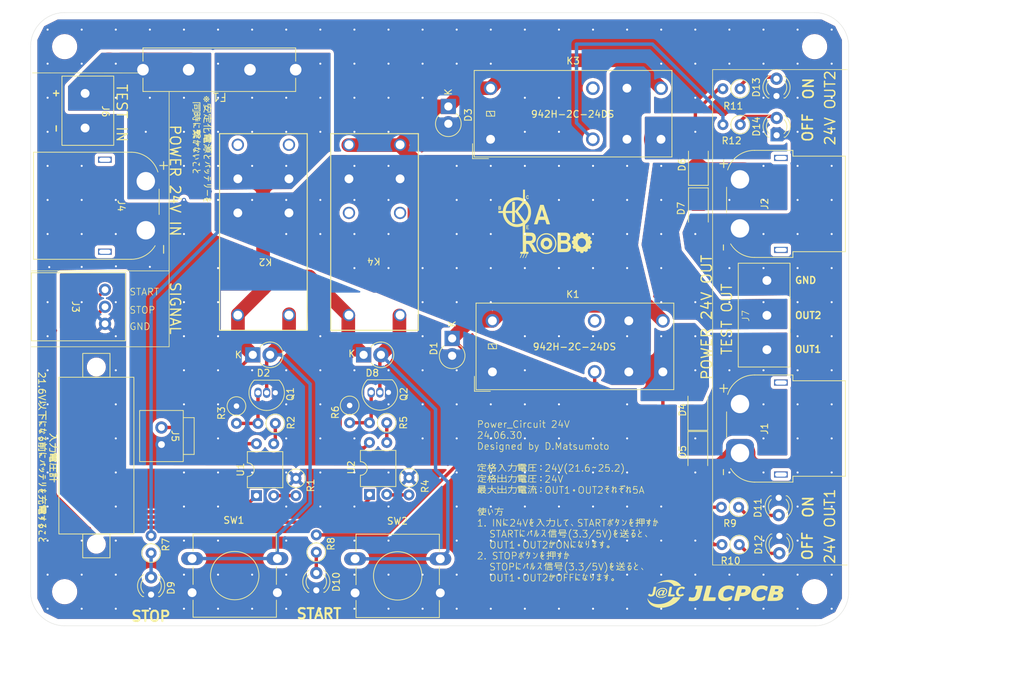
<source format=kicad_pcb>
(kicad_pcb (version 20240108) (generator "pcbnew") (generator_version "8.0")
  (layers (0 "F.Cu" signal) (31 "B.Cu" signal) (34 "B.Paste" user) (35 "F.Paste" user) (36 "B.SilkS" user "B.Silkscreen") (37 "F.SilkS" user "F.Silkscreen") (38 "B.Mask" user) (39 "F.Mask" user) (44 "Edge.Cuts" user))
  (net 0 "")
  (net 1 "VCC")
  (net 2 "Net-(D2-A)")
  (net 3 "GND2")
  (net 4 "Relay_NomallyOpen")
  (net 5 "Net-(D9-A)")
  (net 6 "Net-(D10-A)")
  (net 8 "Relay_NomallyClosed")
  (net 9 "Net-(Q1-B)")
  (net 10 "Net-(Q2-B)")
  (net 11 "GND1")
  (net 12 "Net-(R4-Pad2)")
  (net 13 "Net-(R5-Pad1)")
  (net 14 "STOP_SIGNAL")
  (net 15 "START_SIGNAL")
  (net 16 "Net-(D4-K)")
  (net 17 "VOUT1")
  (net 18 "Net-(D6-K)")
  (net 19 "VOUT2")
  (net 20 "Net-(D8-A)")
  (net 21 "Net-(D11-A)")
  (net 22 "Net-(D12-A)")
  (net 23 "Net-(D13-A)")
  (net 24 "Net-(D14-A)")
  (net 25 "Net-(J4-Pin_2)")
  (net 26 "VOUT1_OFF")
  (net 28 "VOUT2_OFF")
  (net 29 "Net-(R1-Pad2)")
  (net 30 "Net-(R2-Pad1)")
  (footprint "Resistor_THT:R_Axial_DIN0207_L6.3mm_D2.5mm_P2.54mm_Vertical" (layer "F.Cu") (at 115.814 147.931 90)
    (property "Reference" "R7")
    (property "Value" "11k")
  )
  (footprint "MyFoot:AMASS_XT60PW-F_1x02_P7.20mm_Horizontal" (layer "F.Cu") (at 202.184 133.258 -90)
    (property "Reference" "J1")
    (property "Value" "XT60")
  )
  (footprint "MountingHole:MountingHole_3.2mm_M3" (layer "F.Cu") (at 213.134 153.608 180)
    (property "Reference" "REF**")
    (property "Value" "MountingHole_3.2mm_M3")
  )
  (footprint "MountingHole:MountingHole_3.2mm_M3" (layer "F.Cu") (at 103.134 153.608 90)
    (property "Reference" "REF**")
    (property "Value" "MountingHole_3.2mm_M3")
  )
  (footprint "Relay_THT:Relay_DPDT_Omron_G2RL-2" (layer "F.Cu") (at 165.605 87.202 90)
    (property "Reference" "K3")
    (property "Value" "942H-2C-24DS")
  )
  (footprint "Diode_THT:D_DO-15_P2.54mm_Vertical_KathodeUp" (layer "F.Cu") (at 130.728 118.838)
    (property "Reference" "D2")
    (property "Value" "1N4148")
  )
  (footprint "Resistor_THT:R_Axial_DIN0207_L6.3mm_D2.5mm_P2.54mm_Vertical" (layer "F.Cu") (at 128.334 126.363 -90)
    (property "Reference" "R3")
    (property "Value" "10k")
  )
  (footprint "Diode_SMD:Vishay_SMPA" (layer "F.Cu") (at 196.084 97.363643 -90)
    (property "Reference" "D7")
    (property "Value" "MA10EB045")
  )
  (footprint "Button_Switch_THT:SW_PUSH-12mm" (layer "F.Cu") (at 121.829 148.745)
    (property "Reference" "SW1")
    (property "Value" "SW_Push")
  )
  (footprint "Resistor_THT:R_Axial_DIN0207_L6.3mm_D2.5mm_P2.54mm_Vertical" (layer "F.Cu") (at 137.059 136.968 -90)
    (property "Reference" "R1")
    (property "Value" "15k")
  )
  (footprint "Resistor_THT:R_Axial_DIN0207_L6.3mm_D2.5mm_P2.54mm_Vertical" (layer "F.Cu") (at 201.988 141.208 180)
    (property "Reference" "R9")
    (property "Value" "11k")
  )
  (footprint "Diode_SMD:Vishay_SMPA" (layer "F.Cu") (at 196.003 133.109 -90)
    (property "Reference" "D5")
    (property "Value" "MA10EB045")
  )
  (footprint "Relay_THT:Relay_DPDT_Omron_G2RL-2" (layer "F.Cu") (at 165.876 121.346 90)
    (property "Reference" "K1")
    (property "Value" "942H-2C-24DS")
  )
  (footprint "LED_THT:LED_D3.0mm" (layer "F.Cu") (at 207.564 86.608 90)
    (property "Reference" "D14")
    (property "Value" "LED")
  )
  (footprint "Diode_THT:D_DO-15_P2.54mm_Vertical_KathodeUp" (layer "F.Cu") (at 159.413 82.382 -90)
    (property "Reference" "D3")
    (property "Value" "1N4148")
  )
  (footprint "LOGO" (layer "F.Cu") (at 173.387928 99.587945)
    (property "Reference" "G***" (hide yes))
    (property "Value" "LOGO" (hide yes))
  )
  (footprint "Diode_SMD:Vishay_SMPA" (layer "F.Cu") (at 196.084 90.939643 90)
    (property "Reference" "D6")
    (property "Value" "MA10EB045")
  )
  (footprint "LED_THT:LED_D3.0mm" (layer "F.Cu") (at 207.862 139.828 -90)
    (property "Reference" "D11")
    (property "Value" "LED")
  )
  (footprint "Resistor_THT:R_Axial_DIN0207_L6.3mm_D2.5mm_P2.54mm_Vertical" (layer "F.Cu") (at 144.934 126.268 -90)
    (property "Reference" "R6")
    (property "Value" "10k")
  )
  (footprint "MyFoot:FUC-03A" (layer "F.Cu") (at 125.82 76.99 180)
    (property "Reference" "F1")
    (property "Value" "Fuse")
  )
  (footprint "Resistor_THT:R_Axial_DIN0207_L6.3mm_D2.5mm_P2.54mm_Vertical" (layer "F.Cu") (at 134.034 128.908 180)
    (property "Reference" "R2")
    (property "Value" "1k")
  )
  (footprint "MyFoot:DF1EC-2P-2.5DSA" (layer "F.Cu") (at 117.334 130.758 -90)
    (property "Reference" "J5")
    (property "Value" "HRS_DF1EC_2Pin")
  )
  (footprint "Package_TO_SOT_THT:TO-92_Inline" (layer "F.Cu") (at 134.034 124.408 180)
    (property "Reference" "Q1")
    (property "Value" "2SC1815")
  )
  (footprint "LED_THT:LED_D3.0mm" (layer "F.Cu") (at 207.9505 145.426 -90)
    (property "Reference" "D12")
    (property "Value" "LED")
  )
  (footprint "Diode_THT:D_DO-15_P2.54mm_Vertical_KathodeUp" (layer "F.Cu") (at 146.984 118.838)
    (property "Reference" "D8")
    (property "Value" "1N4148")
  )
  (footprint "LED_THT:LED_D3.0mm" (layer "F.Cu") (at 207.541 80.851 90)
    (property "Reference" "D13")
    (property "Value" "LED")
  )
  (footprint "Diode_SMD:Vishay_SMPA" (layer "F.Cu") (at 196.003 126.909 90)
    (property "Reference" "D4")
    (property "Value" "MA10EB045")
  )
  (footprint "LED_THT:LED_D3.0mm" (layer "F.Cu") (at 140.044 153.404 90)
    (property "Reference" "D10")
    (property "Value" "LED")
  )
  (footprint "MountingHole:MountingHole_3.2mm_M3" (layer "F.Cu") (at 103.134 73.608)
    (property "Reference" "REF**")
    (property "Value" "MountingHole_3.2mm_M3")
  )
  (footprint "Resistor_THT:R_Axial_DIN0207_L6.3mm_D2.5mm_P2.54mm_Vertical" (layer "F.Cu") (at 202.224 85.048 180)
    (property "Reference" "R12")
    (property "Value" "11k")
  )
  (footprint "Package_TO_SOT_THT:TO-92_Inline" (layer "F.Cu") (at 150.634 124.358 180)
    (property "Reference" "Q2")
    (property "Value" "2SC1815")
  )
  (footprint "MyFoot:DC voltmeter-Red(4530)" (layer "F.Cu") (at 107.786 133.632 -90)
    (property "Reference" "REF**" (hide yes))
    (property "Value" "DC voltmeter-Red(4530)")
  )
  (footprint "Diode_THT:D_DO-15_P2.54mm_Vertical_KathodeUp" (layer "F.Cu") (at 159.968 116.434 -90)
    (property "Reference" "D1")
    (property "Value" "1N4148")
  )
  (footprint "MyFoot:DF1E-3P-2.5DS" (layer "F.Cu") (at 109.056 111.788 -90)
    (property "Reference" "J3")
    (property "Value" "HRS_DF1E_3Pin_L")
  )
  (footprint "MyFoot:TB111-2-2-U-1-1" (layer "F.Cu") (at 106.134 83.008 -90)
    (property "Reference" "J6")
    (property "Value" "Screw_Terminal_01x02")
  )
  (footprint "LOGO" (layer "F.Cu") (at 198.594 153.918)
    (property "Reference" "G***" (hide yes))
    (property "Value" "LOGO" (hide yes))
  )
  (footprint "MyFoot:RELAY_G2R-1-E AC12_OMR" (layer "F.Cu") (at 144.834 88.608007 180)
    (property "Reference" "K4")
    (property "Value" "G2R-1-E DC24")
  )
  (footprint "Resistor_THT:R_Axial_DIN0207_L6.3mm_D2.5mm_P2.54mm_Vertical" (layer "F.Cu") (at 153.634 136.863 -90)
    (property "Reference" "R4")
    (property "Value" "15k")
  )
  (footprint "Package_DIP:DIP-4_W7.62mm" (layer "F.Cu") (at 147.839 139.328 90)
    (property "Reference" "U2")
    (property "Value" "TLP785")
  )
  (footprint "MyFoot:RELAY_G2R-1-E AC12_OMR" (layer "F.Cu") (at 128.534 88.608007 180)
    (property "Reference" "K2")
    (property "Value" "G2R-1-E DC24")
  )
  (footprint "MyFoot:TB111-2-3-U-1-1" (layer "F.Cu") (at 206.134 113.008 90)
    (property "Reference" "J7")
    (property "Value" "Screw_Terminal_01x03")
  )
  (footprint "MountingHole:MountingHole_3.2mm_M3" (layer "F.Cu") (at 213.134 73.608 -90)
    (property "Reference" "REF**")
    (property "Value" "MountingHole_3.2mm_M3")
  )
  (footprint "Button_Switch_THT:SW_PUSH-12mm" (layer "F.Cu") (at 145.732 148.785)
    (property "Reference" "SW2")
    (property "Value" "SW_Push")
  )
  (footprint "Resistor_THT:R_Axial_DIN0207_L6.3mm_D2.5mm_P2.54mm_Vertical" (layer "F.Cu") (at 202.0765 146.696 180)
    (property "Reference" "R10")
    (property "Value" "11k")
  )
  (footprint "Package_DIP:DIP-4_W7.62mm" (layer "F.Cu") (at 131.259 139.508 90)
    (property "Reference" "U1")
    (property "Value" "TLP785")
  )
  (footprint "MyFoot:AMASS_XT60PW-M_1x02_P7.20mm_Horizontal" (layer "F.Cu") (at 115.034 100.558 90)
    (property "Reference" "J4")
    (property "Value" "XT60" (hide yes))
  )
  (footprint "MyFoot:AMASS_XT60PW-F_1x02_P7.20mm_Horizontal" (layer "F.Cu") (at 202.184 100.287643 -90)
    (property "Reference" "J2")
    (property "Value" "XT60")
  )
  (footprint "Resistor_THT:R_Axial_DIN0207_L6.3mm_D2.5mm_P2.54mm_Vertical" (layer "F.Cu") (at 140.044 147.811 90)
    (property "Reference" "R8")
    (property "Value" "11k")
  )
  (footprint "Resistor_THT:R_Axial_DIN0207_L6.3mm_D2.5mm_P2.54mm_Vertical" (layer "F.Cu") (at 202.208 79.783 180)
    (property "Reference" "R11")
    (property "Value" "11k")
  )
  (footprint "LED_THT:LED_D3.0mm" (layer "F.Cu") (at 115.814 154.032 90)
    (property "Reference" "D9")
    (property "Value" "LED")
  )
  (footprint "Resistor_THT:R_Axial_DIN0207_L6.3mm_D2.5mm_P2.54mm_Vertical" (layer "F.Cu") (at 150.379 128.808 180)
    (property "Reference" "R5")
    (property "Value" "1k")
  )
  (gr_line (start 118.464 117.658) (end 98.254 117.658) (stroke (width 0.1)) (layer "F.SilkS"))
  (gr_line (start 118.484 106.518) (end 98.264 106.528) (stroke (width 0.1)) (layer "F.SilkS"))
  (gr_line (start 118.464 106.348) (end 118.464 117.658) (stroke (width 0.1)) (layer "F.SilkS"))
  (gr_line (start 118.4618 80.188) (end 118.464 106.348) (stroke (width 0.1)) (layer "F.SilkS"))
  (gr_line (start 217.924 149.688) (end 198.174 149.688) (stroke (width 0.1)) (layer "F.SilkS"))
  (gr_line (start 98.414 77.458) (end 114.0852 77.4726) (stroke (width 0.1)) (layer "F.SilkS"))
  (gr_line (start 198.174 76.978) (end 198.174 149.688) (stroke (width 0.1)) (layer "F.SilkS"))
  (gr_line (start 217.934 76.978) (end 198.174 76.978) (stroke (width 0.1)) (layer "F.SilkS"))
  (gr_line (start 218.134 153.608) (end 218.134 73.608) (stroke (width 0.05)) (layer "Edge.Cuts"))
  (gr_line (start 213.134 68.608) (end 103.134 68.608) (stroke (width 0.05)) (layer "Edge.Cuts"))
  (gr_arc (start 218.134 153.608) (mid 216.669534 157.143534) (end 213.134 158.608) (stroke (width 0.05)) (layer "Edge.Cuts"))
  (gr_arc (start 98.134 73.608) (mid 99.598466 70.072466) (end 103.134 68.608) (stroke (width 0.05)) (layer "Edge.Cuts"))
  (gr_arc (start 213.134 68.608) (mid 216.669534 70.072466) (end 218.134 73.608) (stroke (width 0.05)) (layer "Edge.Cuts"))
  (gr_arc (start 103.134 158.608) (mid 99.598466 157.143534) (end 98.134 153.608) (stroke (width 0.05)) (layer "Edge.Cuts"))
  (gr_line (start 213.134 158.608) (end 103.134 158.608) (stroke (width 0.05)) (layer "Edge.Cuts"))
  (gr_line (start 98.134 73.608) (end 98.134 153.608) (stroke (width 0.05)) (layer "Edge.Cuts"))
  (gr_text "-" (at 101.384 85.608 270) (layer "F.SilkS") (effects (font (size 1 1) (thickness 0.2) (bold yes)) (justify bottom)))
  (gr_text "24V OUT1" (at 216.244 149.634 90) (layer "F.SilkS") (effects (font (size 1.5 1.5) (thickness 0.2)) (justify left bottom)))
  (gr_text "入力電圧計\n21.6V以下になる前にバッテリを充電すること" (at 99.2008 133.9368 270) (layer "F.SilkS") (effects (font (size 1 1)) (justify bottom)))
  (gr_text "STOP" (at 112.766 158.096 0) (layer "F.SilkS") (effects (font (size 1.5 1.5) (thickness 0.3) (bold yes)) (justify left bottom)))
  (gr_text "GND" (at 210.159 108.483 0) (layer "F.SilkS") (effects (font (size 1 1) (thickness 0.2) (bold yes)) (justify left bottom)))
  (gr_text "SIGNAL" (at 118.464 112.003 270) (layer "F.SilkS") (effects (font (size 1.5 1.5) (thickness 0.2)) (justify bottom)))
  (gr_text "POWER 24V IN" (at 118.4629 93.268 270) (layer "F.SilkS") (effects (font (size 1.5 1.5) (thickness 0.2)) (justify bottom)))
  (gr_text "Power_Circuit 24V\n24.06.30\nDesigned by D.Matsumoto\n\n定格入力電圧：24V(21.6～25.2)\n定格出力電圧：24V\n最大出力電流：OUT1・OUT2それぞれ5A\n\n使い方\n1. INに24Vを入力して、STARTボタンを押すか\n　 STARTにパルス信号(3.3/5V)を送ると、\n 　OUT1・OUT2がONになります。\n2. STOPボタンを押すか\n　 STOPにパルス信号(3.3/5V)を送ると、\n 　OUT1・OUT2がOFFになります。\n" (at 163.544 152.168 0) (layer "F.SilkS") (effects (font (size 1 1) (thickness 0.1)) (justify left bottom)))
  (gr_text "GND" (at 112.5866 115.2678 0) (layer "F.SilkS") (effects (font (size 1 1) (thickness 0.1)) (justify left bottom)))
  (gr_text "ON" (at 213.1065 81.495 90) (layer "F.SilkS") (effects (font (size 1.5 1.5) (thickness 0.25) (bold yes)) (justify left bottom)))
  (gr_text "POWER 24V OUT" (at 198.174 113.333 90) (layer "F.SilkS") (effects (font (size 1.5 1.5) (thickness 0.2)) (justify bottom)))
  (gr_text "ON" (at 213.069 142.903 90) (layer "F.SilkS") (effects (font (size 1.5 1.5) (thickness 0.25) (bold yes)) (justify left bottom)))
  (gr_text "START" (at 136.996 157.717 0) (layer "F.SilkS") (effects (font (size 1.5 1.5) (thickness 0.3) (bold yes)) (justify left bottom)))
  (gr_text "TEST IN" (at 110.634 83.358 270) (layer "F.SilkS") (effects (font (size 1.5 1.5) (thickness 0.1875)) (justify bottom)))
  (gr_text "24V OUT2" (at 216.2815 88.226 90) (layer "F.SilkS") (effects (font (size 1.5 1.5) (thickness 0.2)) (justify left bottom)))
  (gr_text "STOP" (at 112.5866 112.8548 0) (layer "F.SilkS") (effects (font (size 1 1) (thickness 0.1)) (justify left bottom)))
  (gr_text "OFF" (at 212.9665 149.126 90) (layer "F.SilkS") (effects (font (size 1.5 1.5) (thickness 0.25) (bold yes)) (justify left bottom)))
  (gr_text "OUT2" (at 210.159 113.633 0) (layer "F.SilkS") (effects (font (size 1 1) (thickness 0.2) (bold yes)) (justify left bottom)))
  (gr_text "+" (at 101.134 80.958 0) (layer "F.SilkS") (effects (font (size 1 1) (thickness 0.2) (bold yes)) (justify left bottom)))
  (gr_text "OUT1" (at 210.134 118.608 0) (layer "F.SilkS") (effects (font (size 1 1) (thickness 0.2) (bold yes)) (justify left bottom)))
  (gr_text "TEST OUT" (at 201.134 113.608 90) (layer "F.SilkS") (effects (font (size 1.5 1.5) (thickness 0.1875)) (justify bottom)))
  (gr_text "START" (at 112.5866 110.1878 0) (layer "F.SilkS") (effects (font (size 1 1) (thickness 0.1)) (justify left bottom)))
  (gr_text "※安定化電源とバッテリーを\n　同時に繋がないこと" (at 121.8068 80.608 270) (layer "F.SilkS") (effects (font (size 1 1) (thickness 0.125)) (justify left bottom)))
  (gr_text "OFF" (at 213.004 87.718 90) (layer "F.SilkS") (effects (font (size 1.5 1.5) (thickness 0.25) (bold yes)) (justify left bottom)))
  (segment (start 132.2395 106.581) (end 132.2395 90.604713) (width 2) (layer "F.Cu") (net 1))
  (segment (start 139.021 107.343) (end 134.087 107.343) (width 2) (layer "F.Cu") (net 1))
  (segment (start 134.087 107.343) (end 132.2395 109.1905) (width 2) (layer "F.Cu") (net 1))
  (segment (start 120.058 129.508) (end 122.438 131.888) (width 0.5) (layer "F.Cu") (net 1))
  (segment (start 144.736 116.59) (end 146.984 118.838) (width 2) (layer "F.Cu") (net 1))
  (segment (start 134.087 107.343) (end 133.0015 107.343) (width 2) (layer "F.Cu") (net 1))
  (segment (start 122.438 131.888) (end 131.259 131.888) (width 0.5) (layer "F.Cu") (net 1))
  (segment (start 145.733999 132.507999) (end 143.534 130.308) (width 0.5) (layer "F.Cu") (net 1))
  (segment (start 147.039001 132.507999) (end 145.733999 132.507999) (width 0.5) (layer "F.Cu") (net 1))
  (segment (start 143.534 120.808) (end 145.504 118.838) (width 0.5) (layer "F.Cu") (net 1))
  (segment (start 128.554 113.684) (end 128.554 112.876) (width 0.5) (layer "F.Cu") (net 1))
  (segment (start 145.504 118.838) (end 146.984 118.838) (width 0.5) (layer "F.Cu") (net 1))
  (segment (start 143.534 130.308) (end 143.534 120.808) (width 0.5) (layer "F.Cu") (net 1))
  (segment (start 120.058 129.508) (end 130.728 118.838) (width 0.5) (layer "F.Cu") (net 1))
  (segment (start 128.554 116.664) (end 130.728 118.838) (width 2) (layer "F.Cu") (net 1))
  (segment (start 117.334 129.508) (end 120.058 129.508) (width 0.5) (layer "F.Cu") (net 1))
  (segment (start 144.736 113.058) (end 139.021 107.343) (width 2) (layer "F.Cu") (net 1))
  (segment (start 128.554 112.876) (end 128.554 116.664) (width 2) (layer "F.Cu") (net 1))
  (segment (start 132.2395 109.1905) (end 132.2395 106.581) (width 2) (layer "F.Cu") (net 1))
  (segment (start 132.2395 109.1905) (end 128.554 112.876) (width 2) (layer "F.Cu") (net 1))
  (segment (start 144.736 113.058) (end 144.736 116.59) (width 2) (layer "F.Cu") (net 1))
  (segment (start 133.0015 107.343) (end 132.2395 106.581) (width 2) (layer "F.Cu") (net 1))
  (segment (start 147.839 131.708) (end 147.039001 132.507999) (width 0.5) (layer "F.Cu") (net 1))
  (via (at 125.634 91.108) (size 0.6) (drill 0.3) (layers "F.Cu" "B.Cu") (net 1))
  (via (at 140.634 76.108) (size 0.6) (drill 0.3) (layers "F.Cu" "B.Cu") (net 1))
  (via (at 130.634 86.108) (size 0.6) (drill 0.3) (layers "F.Cu" "B.Cu") (net 1))
  (via (at 125.634 86.108) (size 0.6) (drill 0.3) (layers "F.Cu" "B.Cu") (net 1))
  (via (at 135.634 81.108) (size 0.6) (drill 0.3) (layers "F.Cu" "B.Cu") (net 1))
  (via (at 125.634 81.108) (size 0.6) (drill 0.3) (layers "F.Cu" "B.Cu") (net 1))
  (via (at 130.634 91.108) (size 0.6) (drill 0.3) (layers "F.Cu" "B.Cu") (net 1))
  (via (at 135.634 86.108) (size 0.6) (drill 0.3) (layers "F.Cu" "B.Cu") (net 1))
  (via (at 130.634 81.108) (size 0.6) (drill 0.3) (layers "F.Cu" "B.Cu") (net 1))
  (via (at 125.634 76.108) (size 0.6) (drill 0.3) (layers "F.Cu" "B.Cu") (net 1))
  (via (at 140.634 81.108) (size 0.6) (drill 0.3) (layers "F.Cu" "B.Cu") (net 1))
  (via (at 135.634 91.108) (size 0.6) (drill 0.3) (layers "F.Cu" "B.Cu") (net 1))
  (via (at 140.634 86.108) (size 0.6) (drill 0.3) (layers "F.Cu" "B.Cu") (net 1))
  (segment (start 132.764 119.342) (end 133.268 118.838) (width 0.5) (layer "F.Cu") (net 2))
  (segment (start 136.054 116.052) (end 133.268 118.838) (width 2) (layer "F.Cu") (net 2))
  (segment (start 136.054 112.876) (end 136.054 116.052) (width 2) (layer "F.Cu") (net 2))
  (segment (start 132.764 124.408) (end 132.764 119.342) (width 0.5) (layer "F.Cu") (net 2))
  (segment (start 133.268 118.838) (end 132.764 119.342) (width 0.5) (layer "B.Cu") (net 2))
  (segment (start 134.329 148.745) (end 134.329 145.413) (width 0.5) (layer "B.Cu") (net 2))
  (segment (start 134.851919 118.838) (end 133.268 118.838) (width 0.5) (layer "B.Cu") (net 2))
  (segment (start 139.134 140.608) (end 139.134 123.120081) (width 0.5) (layer "B.Cu") (net 2))
  (segment (start 134.329 145.413) (end 139.134 140.608) (width 0.5) (layer "B.Cu") (net 2))
  (segment (start 139.134 123.120081) (end 134.851919 118.838) (width 0.5) (layer "B.Cu") (net 2))
  (segment (start 121.829 148.745) (end 134.329 148.745) (width 0.5) (layer "B.Cu") (net 2))
  (segment (start 199.43 136.262) (end 196.126 136.262) (width 4) (layer "F.Cu") (net 3))
  (segment (start 202.434 133.258) (end 199.43 136.262) (width 4) (layer "F.Cu") (net 3))
  (via (at 155.634 71.108) (size 0.6) (drill 0.3) (layers "F.Cu" "B.Cu") (net 3))
  (via (at 185.634 146.108) (size 0.6) (drill 0.3) (layers "F.Cu" "B.Cu") (net 3))
  (via (at 100.634 81.108) (size 0.6) (drill 0.3) (layers "F.Cu" "B.Cu") (net 3))
  (via (at 145.634 151.108) (size 0.6) (drill 0.3) (layers "F.Cu" "B.Cu") (net 3))
  (via (at 150.634 151.108) (size 0.6) (drill 0.3) (layers "F.Cu" "B.Cu") (net 3))
  (via (at 195.634 81.108) (size 0.6) (drill 0.3) (layers "F.Cu" "B.Cu") (net 3))
  (via (at 105.634 71.108) (size 0.6) (drill 0.3) (layers "F.Cu" "B.Cu") (net 3))
  (via (at 185.634 136.108) (size 0.6) (drill 0.3) (layers "F.Cu" "B.Cu") (net 3))
  (via (at 125.634 121.108) (size 0.6) (drill 0.3) (layers "F.Cu" "B.Cu") (net 3))
  (via (at 155.634 131.108) (size 0.6) (drill 0.3) (layers "F.Cu" "B.Cu") (net 3))
  (via (at 185.634 71.108) (size 0.6) (drill 0.3) (layers "F.Cu" "B.Cu") (net 3))
  (via (at 175.634 151.108) (size 0.6) (drill 0.3) (layers "F.Cu" "B.Cu") (net 3))
  (via (at 210.634 101.108) (size 0.6) (drill 0.3) (layers "F.Cu" "B.Cu") (net 3))
  (via (at 210.634 81.108) (size 0.6) (drill 0.3) (layers "F.Cu" "B.Cu") (net 3))
  (via (at 135.634 151.108) (size 0.6) (drill 0.3) (layers "F.Cu" "B.Cu") (net 3))
  (via (at 155.634 116.108) (size 0.6) (drill 0.3) (layers "F.Cu" "B.Cu") (net 3))
  (via (at 110.654 105.848) (size 0.6) (drill 0.3) (layers "F.Cu" "B.Cu") (net 3))
  (via (at 150.634 81.108) (size 0.6) (drill 0.3) (layers "F.Cu" "B.Cu") (net 3))
  (via (at 180.634 156.108) (size 0.6) (drill 0.3) (layers "F.Cu" "B.Cu") (net 3))
  (via (at 140.634 71.108) (size 0.6) (drill 0.3) (layers "F.Cu" "B.Cu") (net 3))
  (via (at 130.634 121.108) (size 0.6) (drill 0.3) (layers "F.Cu" "B.Cu") (net 3))
  (via (at 170.634 156.108) (size 0.6) (drill 0.3) (layers "F.Cu" "B.Cu") (net 3))
  (via (at 175.634 156.108) (size 0.6) (drill 0.3) (layers "F.Cu" "B.Cu") (net 3))
  (via (at 160.634 121.108) (size 0.6) (drill 0.3) (layers "F.Cu" "B.Cu") (net 3))
  (via (at 145.634 156.108) (size 0.6) (drill 0.3) (layers "F.Cu" "B.Cu") (net 3))
  (via (at 215.634 96.108) (size 0.6) (drill 0.3) (layers "F.Cu" "B.Cu") (net 3))
  (via (at 170.634 121.108) (size 0.6) (drill 0.3) (layers "F.Cu" "B.Cu") (net 3))
  (via (at 160.634 151.108) (size 0.6) (drill 0.3) (layers "F.Cu" "B.Cu") (net 3))
  (via (at 115.634 156.108) (size 0.6) (drill 0.3) (layers "F.Cu" "B.Cu") (net 3))
  (via (at 130.634 156.108) (size 0.6) (drill 0.3) (layers "F.Cu" "B.Cu") (net 3))
  (via (at 215.634 81.108) (size 0.6) (drill 0.3) (layers "F.Cu" "B.Cu") (net 3))
  (via (at 165.634 71.108) (size 0.6) (drill 0.3) (layers "F.Cu" "B.Cu") (net 3))
  (via (at 175.634 141.108) (size 0.6) (drill 0.3) (layers "F.Cu" "B.Cu") (net 3))
  (via (at 110.634 146.108) (size 0.6) (drill 0.3) (layers "F.Cu" "B.Cu") (net 3))
  (via (at 155.634 151.108) (size 0.6) (drill 0.3) (layers "F.Cu" "B.Cu") (net 3))
  (via (at 175.634 136.108) (size 0.6) (drill 0.3) (layers "F.Cu" "B.Cu") (net 3))
  (via (at 210.634 91.108) (size 0.6) (drill 0.3) (layers "F.Cu" "B.Cu") (net 3))
  (via (at 145.634 86.108) (size 0.6) (drill 0.3) (layers "F.Cu" "B.Cu") (net 3))
  (via (at 155.634 126.108) (size 0.6) (drill 0.3) (layers "F.Cu" "B.Cu") (net 3))
  (via (at 210.634 151.108) (size 0.6) (drill 0.3) (layers "F.Cu" "B.Cu") (net 3))
  (via (at 125.634 111.108) (size 0.6) (drill 0.3) (layers "F.Cu" "B.Cu") (net 3))
  (via (at 135.634 71.108) (size 0.6) (drill 0.3) (layers "F.Cu" "B.Cu") (net 3))
  (via (at 100.634 151.108) (size 0.6) (drill 0.3) (layers "F.Cu" "B.Cu") (net 3))
  (via (at 185.634 156.108) (size 0.6) (drill 0.3) (layers "F.Cu" "B.Cu") (net 3))
  (via (at 145.634 76.108) (size 0.6) (drill 0.3) (layers "F.Cu" "B.Cu") (net 3))
  (via (at 145.634 146.108) (size 0.6) (drill 0.3) (layers "F.Cu" "B.Cu") (net 3))
  (via (at 215.634 126.108) (size 0.6) (drill 0.3) (layers "F.Cu" "B.Cu") (net 3))
  (via (at 125.634 116.108) (size 0.6) (drill 0.3) (layers "F.Cu" "B.Cu") (net 3))
  (via (at 175.634 146.108) (size 0.6) (drill 0.3) (layers "F.Cu" "B.Cu") (net 3))
  (via (at 170.634 126.108) (size 0.6) (drill 0.3) (layers "F.Cu" "B.Cu") (net 3))
  (via (at 185.634 151.108) (size 0.6) (drill 0.3) (layers "F.Cu" "B.Cu") (net 3))
  (via (at 110.634 71.108) (size 0.6) (drill 0.3) (layers "F.Cu" "B.Cu") (net 3))
  (via (at 150.634 71.108) (size 0.6) (drill 0.3) (layers "F.Cu" "B.Cu") (net 3))
  (via (at 120.634 116.108) (size 0.6) (drill 0.3) (layers "F.Cu" "B.Cu") (net 3))
  (via (at 180.634 136.108) (size 0.6) (drill 0.3) (layers "F.Cu" "B.Cu") (net 3))
  (via (at 190.634 156.108) (size 0.6) (drill 0.3) (layers "F.Cu" "B.Cu") (net 3))
  (via (at 120.634 156.108) (size 0.6) (drill 0.3) (layers "F.Cu" "B.Cu") (net 3))
  (via (at 205.634 136.108) (size 0.6) (drill 0.3) (layers "F.Cu" "B.Cu") (net 3))
  (via (at 145.634 121.108) (size 0.6) (drill 0.3) (layers "F.Cu" "B.Cu") (net 3))
  (via (at 205.634 141.108) (size 0.6) (drill 0.3) (layers "F.Cu" "B.Cu") (net 3))
  (via (at 100.875699 105.965881) (size 0.6) (drill 0.3) (layers "F.Cu" "B.Cu") (net 3))
  (via (at 110.634 101.108) (size 0.6) (drill 0.3) (layers "F.Cu" "B.Cu") (net 3))
  (via (at 215.634 151.108) (size 0.6) (drill 0.3) (layers "F.Cu" "B.Cu") (net 3))
  (via (at 210.634 146.108) (size 0.6) (drill 0.3) (layers "F.Cu" "B.Cu") (net 3))
  (via (at 140.634 116.108) (size 0.6) (drill 0.3) (layers "F.Cu" "B.Cu") (net 3))
  (via (at 105.634 96.108) (size 0.6) (drill 0.3) (layers "F.Cu" "B.Cu") (net 3))
  (via (at 135.634 126.108) (size 0.6) (drill 0.3) (layers "F.Cu" "B.Cu") (net 3))
  (via (at 210.634 96.108) (size 0.6) (drill 0.3) (layers "F.Cu" "B.Cu") (net 3))
  (via (at 170.634 151.108) (size 0.6) (drill 0.3) (layers "F.Cu" "B.Cu") (net 3))
  (via (at 200.634 71.108) (size 0.6) (drill 0.3) (layers "F.Cu" "B.Cu") (net 3))
  (via (at 170.634 141.108) (size 0.6) (drill 0.3) (layers "F.Cu" "B.Cu") (net 3))
  (via (at 105.634 76.108) (size 0.6) (drill 0.3) (layers "F.Cu" "B.Cu") (net 3))
  (via (at 165.634 141.108) (size 0.6) (drill 0.3) (layers "F.Cu" "B.Cu") (net 3))
  (via (at 215.634 121.108) (size 0.6) (drill 0.3) (layers "F.Cu" "B.Cu") (net 3))
  (via (at 105.634 101.108) (size 0.6) (drill 0.3) (layers "F.Cu" "B.Cu") (net 3))
  (via (at 210.634 131.108) (size 0.6) (drill 0.3) (layers "F.Cu" "B.Cu") (net 3))
  (via (at 195.634 101.108) (size 0.6) (drill 0.3) (layers "F.Cu" "B.Cu") (net 3))
  (via (at 105.634 151.108) (size 0.6) (drill 0.3) (layers "F.Cu" "B.Cu") (net 3))
  (via (at 165.634 156.108) (size 0.6) (drill 0.3) (layers "F.Cu" "B.Cu") (net 3))
  (via (at 150.634 156.108) (size 0.6) (drill 0.3) (layers "F.Cu" "B.Cu") (net 3))
  (via (at 100.634 141.108) (size 0.6) (drill 0.3) (layers "F.Cu" "B.Cu") (net 3))
  (via (at 215.634 136.108) (size 0.6) (drill 0.3) (layers "F.Cu" "B.Cu") (net 3))
  (via (at 115.634 105.928) (size 0.6) (drill 0.3) (layers "F.Cu" "B.Cu") (net 3))
  (via (at 190.634 141.108) (size 0.6) (drill 0.3) (layers "F.Cu" "B.Cu") (net 3))
  (via (at 215.634 111.108) (size 0.6) (drill 0.3) (layers "F.Cu" "B.Cu") (net 3))
  (via (at 215.634 71.108) (size 0.6) (drill 0.3) (layers "F.Cu" "B.Cu") (net 3))
  (via (at 165.634 151.108) (size 0.6) (drill 0.3) (layers "F.Cu" "B.Cu") (net 3))
  (via (at 165.634 146.108) (size 0.6) (drill 0.3) (layers "F.Cu" "B.Cu") (net 3))
  (via (at 170.634 131.108) (size 0.6) (drill 0.3) (layers "F.Cu" "B.Cu") (net 3))
  (via (at 210.634 106.108) (size 0.6) (drill 0.3) (layers "F.Cu" "B.Cu") (net 3))
  (via (at 135.634 121.108) (size 0.6) (drill 0.3) (layers "F.Cu" "B.Cu") (net 3))
  (via (at 170.634 81.108) (size 0.6) (drill 0.3) (layers "F.Cu" "B.Cu") (net 3))
  (via (at 160.634 141.108) (size 0.6) (drill 0.3) (layers "F.Cu" "B.Cu") (net 3))
  (via (at 155.634 156.108) (size 0.6) (drill 0.3) (layers "F.Cu" "B.Cu") (net 3))
  (via (at 180.634 146.108) (size 0.6) (drill 0.3) (layers "F.Cu" "B.Cu") (net 3))
  (via (at 120.634 151.108) (size 0.6) (drill 0.3) (layers "F.Cu" "B.Cu") (net 3))
  (via (at 160.634 71.108) (size 0.6) (drill 0.3) (layers "F.Cu" "B.Cu") (net 3))
  (via (at 155.634 121.108) (size 0.6) (drill 0.3) (layers "F.Cu" "B.Cu") (net 3))
  (via (at 205.634 81.108) (size 0.6) (drill 0.3) (layers "F.Cu" "B.Cu") (net 3))
  (via (at 210.634 136.108) (size 0.6) (drill 0.3) (layers "F.Cu" "B.Cu") (net 3))
  (via (at 125.634 131.108) (size 0.6) (drill 0.3) (layers "F.Cu" "B.Cu") (net 3))
  (via (at 110.634 156.108) (size 0.6) (drill 0.3) (layers "F.Cu" "B.Cu") (net 3))
  (via (at 160.634 136.108) (size 0.6) (drill 0.3) (layers "F.Cu" "B.Cu") (net 3))
  (via (at 195.634 156.108) (size 0.6) (drill 0.3) (layers "F.Cu" "B.Cu") (net 3))
  (via (at 145.634 71.108) (size 0.6) (drill 0.3) (layers "F.Cu" "B.Cu") (net 3))
  (via (at 135.634 156.108) (size 0.6) (drill 0.3) (layers "F.Cu" "B.Cu") (net 3))
  (via (at 150.634 126.108) (size 0.6) (drill 0.3) (layers "F.Cu" "B.Cu") (net 3))
  (via (at 215.634 91.108) (size 0.6) (drill 0.3) (layers "F.Cu" "B.Cu") (net 3))
  (via (at 205.634 71.108) (size 0.6) (drill 0.3) (layers "F.Cu" "B.Cu") (net 3))
  (via (at 175.634 86.108) (size 0.6) (drill 0.3) (layers "F.Cu" "B.Cu") (net 3))
  (via (at 175.634 126.108) (size 0.6) (drill 0.3) (layers "F.Cu" "B.Cu") (net 3))
  (via (at 145.634 131.108) (size 0.6) (drill 0.3) (layers "F.Cu" "B.Cu") (net 3))
  (via (at 205.634 106.108) (size 0.6) (drill 0.3) (layers "F.Cu" "B.Cu") (net 3))
  (via (at 125.634 156.108) (size 0.6) (drill 0.3) (layers "F.Cu" "B.Cu") (net 3))
  (via (at 125.634 146.108) (size 0.6) (drill 0.3) (layers "F.Cu" "B.Cu") (net 3))
  (via (at 210.634 86.108) (size 0.6) (drill 0.3) (layers "F.Cu" "B.Cu") (net 3))
  (via (at 150.634 76.108) (size 0.6) (drill 0.3) (layers "F.Cu" "B.Cu") (net 3))
  (via (at 160.634 131.108) (size 0.6) (drill 0.3) (layers "F.Cu" "B.Cu") (net 3))
  (via (at 205.634 151.108) (size 0.6) (drill 0.3) (layers "F.Cu" "B.Cu") (net 3))
  (via (at 160.634 76.108) (size 0.6) (drill 0.3) (layers "F.Cu" "B.Cu") (net 3))
  (via (at 130.634 71.108) (size 0.6) (drill 0.3) (layers "F.Cu" "B.Cu") (net 3))
  (via (at 125.634 126.108) (size 0.6) (drill 0.3) (layers "F.Cu" "B.Cu") (net 3))
  (via (at 100.634 126.108) (size 0.6) (drill 0.3) (layers "F.Cu" "B.Cu") (net 3))
  (via (at 100.634 146.108) (size 0.6) (drill 0.3) (layers "F.Cu" "B.Cu") (net 3))
  (via (at 195.634 136.108) (size 0.6) (drill 0.3) (layers "F.Cu" "B.Cu") (net 3))
  (via (at 160.634 156.108) (size 0.6) (drill 0.3) (layers "F.Cu" "B.Cu") (net 3))
  (via (at 100.634 86.108) (size 0.6) (drill 0.3) (layers "F.Cu" "B.Cu") (net 3))
  (via (at 210.634 76.108) (size 0.6) (drill 0.3) (layers "F.Cu" "B.Cu") (net 3))
  (via (at 175.634 71.108) (size 0.6) (drill 0.3) (layers "F.Cu" "B.Cu") (net 3))
  (via (at 155.634 76.108) (size 0.6) (drill 0.3) (layers "F.Cu" "B.Cu") (net 3))
  (via (at 100.634 91.108) (size 0.6) (drill 0.3) (layers "F.Cu" "B.Cu") (net 3))
  (via (at 195.634 151.108) (size 0.6) (drill 0.3) (layers "F.Cu" "B.Cu") (net 3))
  (via (at 140.634 131.108) (size 0.6) (drill 0.3) (layers "F.Cu" "B.Cu") (net 3))
  (via (at 195.634 146.108) (size 0.6) (drill 0.3) (layers "F.Cu" "B.Cu") (net 3))
  (via (at 170.634 71.108) (size 0.6) (drill 0.3) (layers "F.Cu" "B.Cu") (net 3))
  (via (at 180.634 71.108) (size 0.6) (drill 0.3) (layers "F.Cu" "B.Cu") (net 3))
  (via (at 120.634 121.108) (size 0.6) (drill 0.3) (layers "F.Cu" "B.Cu") (net 3))
  (via (at 215.634 141.108) (size 0.6) (drill 0.3) (layers "F.Cu" "B.Cu") (net 3))
  (via (at 185.634 131.108) (size 0.6) (drill 0.3) (layers "F.Cu" "B.Cu") (net 3))
  (via (at 100.634 121.108) (size 0.6) (drill 0.3) (layers "F.Cu" "B.Cu") (net 3))
  (via (at 190.634 146.108) (size 0.6) (drill 0.3) (layers "F.Cu" "B.Cu") (net 3))
  (via (at 140.634 156.108) (size 0.6) (drill 0.3) (layers "F.Cu" "B.Cu") (net 3))
  (via (at 195.634 76.108) (size 0.6) (drill 0.3) (layers "F.Cu" "B.Cu") (net 3))
  (via (at 205.634 156.108) (size 0.6) (drill 0.3) (layers "F.Cu" "B.Cu") (net 3))
  (via (at 135.634 131.108) (size 0.6) (drill 0.3) (layers "F.Cu" "B.Cu") (net 3))
  (via (at 120.634 111.108) (size 0.6) (drill 0.3) (layers "F.Cu" "B.Cu") (net 3))
  (via (at 190.634 151.108) (size 0.6) (drill 0.3) (layers "F.Cu" "B.Cu") (net 3))
  (via (at 100.634 76.108) (size 0.6) (drill 0.3) (layers "F.Cu" "B.Cu") (net 3))
  (via (at 140.634 126.108) (size 0.6) (drill 0.3) (layers "F.Cu" "B.Cu") (net 3))
  (via (at 215.634 76.108) (size 0.6) (drill 0.3) (layers "F.Cu" "B.Cu") (net 3))
  (via (at 205.634 146.108) (size 0.6) (drill 0.3) (layers "F.Cu" "B.Cu") (net 3))
  (via (at 140.634 121.108) (size 0.6) (drill 0.3) (layers "F.Cu" "B.Cu") (net 3))
  (via (at 120.634 101.108) (size 0.6) (drill 0.3) (layers "F.Cu" "B.Cu") (net 3))
  (via (at 100.634 71.108) (size 0.6) (drill 0.3) (layers "F.Cu" "B.Cu") (net 3))
  (via (at 200.634 76.108) (size 0.6) (drill 0.3) (layers "F.Cu" "B.Cu") (net 3))
  (via (at 210.634 126.108) (size 0.6) (drill 0.3) (layers "F.Cu" "B.Cu") (net 3))
  (via (at 170.634 146.108) (size 0.6) (drill 0.3) (layers "F.Cu" "B.Cu") (net 3))
  (via (at 165.634 126.108) (size 0.6) (drill 0.3) (layers "F.Cu" "B.Cu") (net 3))
  (via (at 200.634 136.108) (size 0.6) (drill 0.3) (layers "F.Cu" "B.Cu") (net 3))
  (via (at 120.634 96.108) (size 0.6) (drill 0.3) (layers "F.Cu" "B.Cu") (net 3))
  (via (at 200.634 106.108) (size 0.6) (drill 0.3) (layers "F.Cu" "B.Cu") (net 3))
  (via (at 175.634 131.108) (size 0.6) (drill 0.3) (layers "F.Cu" "B.Cu") (net 3))
  (via (at 130.634 151.108) (size 0.6) (drill 0.3) (layers "F.Cu" "B.Cu") (net 3))
  (via (at 180.634 131.108) (size 0.6) (drill 0.3) (layers "F.Cu" "B.Cu") (net 3))
  (via (at 100.634 136.108) (size 0.6) (drill 0.3) (layers "F.Cu" "B.Cu") (net 3))
  (via (at 210.634 121.108) (size 0.6) (drill 0.3) (layers "F.Cu" "B.Cu") (net 3))
  (via (at 180.634 141.108) (size 0.6) (drill 0.3) (layers "F.Cu" "B.Cu") (net 3))
  (via (at 150.634 121.108) (size 0.6) (drill 0.3) (layers "F.Cu" "B.Cu") (net 3))
  (via (at 200.634 156.108) (size 0.6) (drill 0.3) (layers "F.Cu" "B.Cu") (net 3))
  (via (at 120.634 146.108) (size 0.6) (drill 0.3) (layers "F.Cu" "B.Cu") (net 3))
  (via (at 215.634 156.108) (size 0.6) (drill 0.3) (layers "F.Cu" "B.Cu") (net 3))
  (via (at 155.634 81.108) (size 0.6) (drill 0.3) (layers "F.Cu" "B.Cu") (net 3))
  (via (at 215.634 86.108) (size 0.6) (drill 0.3) (layers "F.Cu" "B.Cu") (net 3))
  (via (at 190.634 71.108) (size 0.6) (drill 0.3) (layers "F.Cu" "B.Cu") (net 3))
  (via (at 125.634 106.108) (size 0.6) (drill 0.3) (layers "F.Cu" "B.Cu") (net 3))
  (via (at 105.634 105.938) (size 0.6) (drill 0.3) (layers "F.Cu" "B.Cu") (net 3))
  (via (at 120.634 126.108) (size 0.6) (drill 0.3) (layers "F.Cu" "B.Cu") (net 3))
  (via (at 215.634 106.108) (size 0.6) (drill 0.3) (layers "F.Cu" "B.Cu") (net 3))
  (via (at 200.634 151.108) (size 0.6) (drill 0.3) (layers "F.Cu" "B.Cu") (net 3))
  (via (at 100.634 116.108) (size 0.6) (drill 0.3) (layers "F.Cu" "B.Cu") (net 3))
  (via (at 185.634 141.108) (size 0.6) (drill 0.3) (layers "F.Cu" "B.Cu") (net 3))
  (via (at 160.634 126.108) (size 0.6) (drill 0.3) (layers "F.Cu" "B.Cu") (net 3))
  (via (at 215.634 116.108) (size 0.6) (drill 0.3) (layers "F.Cu" "B.Cu") (net 3))
  (via (at 110.634 151.108) (size 0.6) (drill 0.3) (layers "F.Cu" "B.Cu") (net 3))
  (via (at 215.634 131.108) (size 0.6) (drill 0.3) (layers "F.Cu" "B.Cu") (net 3))
  (via (at 105.634 91.108) (size 0.6) (drill 0.3) (layers "F.Cu" "B.Cu") (net 3))
  (via (at 105.634 156.108) (size 0.6) (drill 0.3) (layers "F.Cu" "B.Cu") (net 3))
  (via (at 190.634 76.108) (size 0.6) (drill 0.3) (layers "F.Cu" "B.Cu") (net 3))
  (via (at 210.634 141.108) (size 0.6) (drill 0.3) (layers "F.Cu" "B.Cu") (net 3))
  (via (at 100.634 111.108) (size 0.6) (drill 0.3) (layers "F.Cu" "B.Cu") (net 3))
  (via (at 125.634 71.108) (size 0.6) (drill 0.3) (layers "F.Cu" "B.Cu") (net 3))
  (via (at 115.634 71.108) (size 0.6) (drill 0.3) (layers "F.Cu" "B.Cu") (net 3))
  (via (at 195.634 71.108) (size 0.6) (drill 0.3) (layers "F.Cu" "B.Cu") (net 3))
  (via (at 150.634 86.108) (size 0.6) (drill 0.3) (layers "F.Cu" "B.Cu") (net 3))
  (via (at 105.634 146.108) (size 0.6) (drill 0.3) (layers "F.Cu" "B.Cu") (net 3))
  (via (at 170.634 86.108) (size 0.6) (drill 0.3) (layers "F.Cu" "B.Cu") (net 3))
  (via (at 205.634 101.108) (size 0.6) (drill 0.3) (layers "F.Cu" "B.Cu") (net 3))
  (via (at 160.634 146.108) (size 0.6) (drill 0.3) (layers "F.Cu" "B.Cu") (net 3))
  (via (at 125.634 151.108) (size 0.6) (drill 0.3) (layers "F.Cu" "B.Cu") (net 3))
  (via (at 100.634 101.108) (size 0.6) (drill 0.3) (layers "F.Cu" "B.Cu") (net 3))
  (via (at 210.634 116.108) (size 0.6) (drill 0.3) (layers "F.Cu" "B.Cu") (net 3))
  (via (at 185.634 126.108) (size 0.6) (drill 0.3) (layers "F.Cu" "B.Cu") (net 3))
  (via (at 210.634 156.108) (size 0.6) (drill 0.3) (layers "F.Cu" "B.Cu") (net 3))
  (via (at 170.634 136.108) (size 0.6) (drill 0.3) (layers "F.Cu" "B.Cu") (net 3))
  (via (at 210.634 71.108) (size 0.6) (drill 0.3) (layers "F.Cu" "B.Cu") (net 3))
  (via (at 135.634 146.108) (size 0.6) (drill 0.3) (layers "F.Cu" "B.Cu") (net 3))
  (via (at 120.634 71.108) (size 0.6) (drill 0.3) (layers "F.Cu" "B.Cu") (net 3))
  (via (at 165.634 136.108) (size 0.6) (drill 0.3) (layers "F.Cu" "B.Cu") (net 3))
  (via (at 165.634 131.108) (size 0.6) (drill 0.3) (layers "F.Cu" "B.Cu") (net 3))
  (via (at 215.634 146.108) (size 0.6) (drill 0.3) (layers "F.Cu" "B.Cu") (net 3))
  (via (at 150.634 146.108) (size 0.6) (drill 0.3) (layers "F.Cu" "B.Cu") (net 3))
  (via (at 210.634 111.108) (size 0.6) (drill 0.3) (layers "F.Cu" "B.Cu") (net 3))
  (via (at 180.634 151.108) (size 0.6) (drill 0.3) (layers "F.Cu" "B.Cu") (net 3))
  (via (at 165.634 76.108) (size 0.6) (drill 0.3) (layers "F.Cu" "B.Cu") (net 3))
  (via (at 215.634 101.108) (size 0.6) (drill 0.3) (layers "F.Cu" "B.Cu") (net 3))
  (via (at 145.634 81.108) (size 0.6) (drill 0.3) (layers "F.Cu" "B.Cu") (net 3))
  (via (at 100.634 96.108) (size 0.6) (drill 0.3) (layers "F.Cu" "B.Cu") (net 3))
  (via (at 110.634 96.108) (size 0.6) (drill 0.3) (layers "F.Cu" "B.Cu") (net 3))
  (via (at 205.634 76.108) (size 0.6) (drill 0.3) (layers "F.Cu" "B.Cu") (net 3))
  (via (at 175.634 81.108) (size 0.6) (drill 0.3) (layers "F.Cu" "B.Cu") (net 3))
  (via (at 100.634 131.108) (size 0.6) (drill 0.3) (layers "F.Cu" "B.Cu") (net 3))
  (via (at 100.634 156.108) (size 0.6) (drill 0.3) (layers "F.Cu" "B.Cu") (net 3))
  (segment (start 158.232 153.785) (end 145.732 153.785) (width 0.5) (layer "B.Cu") (net 3))
  (segment (start 140.044 153.404) (end 134.67 153.404) (width 0.5) (layer "B.Cu") (net 3))
  (segment (start 158.232 153.785) (end 159.769 153.785) (width 0.5) (layer "B.Cu") (net 3))
  (segment (start 121.829 153.745) (end 134.329 153.745) (width 0.5) (layer "B.Cu") (net 3))
  (segment (start 115.814 154.032) (end 121.542 154.032) (width 0.5) (layer "B.Cu") (net 3))
  (segment (start 145.732 153.785) (end 140.425 153.785) (width 0.5) (layer "B.Cu") (net 3))
  (segment (start 159.769 153.785) (end 165.444 148.11) (width 0.5) (layer "B.Cu") (net 3))
  (segment (start 140.425 153.785) (end 140.044 153.404) (width 0.5) (layer "B.Cu") (net 3))
  (segment (start 121.542 154.032) (end 121.829 153.745) (width 0.5) (layer "B.Cu") (net 3))
  (segment (start 134.67 153.404) (end 134.329 153.745) (width 0.5) (layer "B.Cu") (net 3))
  (segment (start 150.371 145.271) (end 162.334 133.308) (width 0.5) (layer "F.Cu") (net 4))
  (segment (start 188.676 111.646) (end 168.076 111.646) (width 2) (layer "F.Cu") (net 4))
  (segment (start 169.699 75.608) (end 165.605 79.702) (width 2) (layer "F.Cu") (net 4))
  (segment (start 152.236 88.058) (end 154.436 90.258) (width 2) (layer "F.Cu") (net 4))
  (segment (start 159.413 82.382) (end 157.912 82.382) (width 2) (layer "F.Cu") (net 4))
  (segment (start 154.436 102.406) (end 165.876 113.846) (width 2) (layer "F.Cu") (net 4))
  (segment (start 162.334 133.308) (end 162.334 118.8) (width 0.5) (layer "F.Cu") (net 4))
  (segment (start 162.556 113.846) (end 159.968 116.434) (width 2) (layer "F.Cu") (net 4))
  (segment (start 168.076 111.646) (end 165.876 113.846) (width 2) (layer "F.Cu") (net 4))
  (segment (start 186.511 75.608) (end 169.699 75.608) (width 2) (layer "F.Cu") (net 4))
  (segment (start 161.493 80.302) (end 159.413 82.382) (width 2) (layer "F.Cu") (net 4))
  (segment (start 157.912 82.382) (end 152.236 88.058) (width 2) (layer "F.Cu") (net 4))
  (segment (start 165.876 113.846) (end 162.556 113.846) (width 2) (layer "F.Cu") (net 4))
  (segment (start 154.436 90.258) (end 154.436 102.406) (width 2) (layer "F.Cu") (net 4))
  (segment (start 190.605 79.702) (end 186.511 75.608) (width 2) (layer "F.Cu") (net 4))
  (segment (start 144.736 88.058) (end 152.236 88.058) (width 2) (layer "F.Cu") (net 4))
  (segment (start 140.044 145.271) (end 150.371 145.271) (width 0.5) (layer "F.Cu") (net 4))
  (segment (start 162.334 118.8) (end 159.968 116.434) (width 0.5) (layer "F.Cu") (net 4))
  (segment (start 190.876 113.846) (end 188.676 111.646) (width 2) (layer "F.Cu") (net 4))
  (segment (start 165.605 79.702) (end 161.443 79.702) (width 2) (layer "F.Cu") (net 4))
  (segment (start 115.814 147.931) (end 115.814 151.492) (width 0.5) (layer "B.Cu") (net 5))
  (segment (start 140.044 147.811) (end 140.044 150.864) (width 0.5) (layer "F.Cu") (net 6))
  (via (at 180.634 116.108) (size 0.6) (drill 0.3) (layers "F.Cu" "B.Cu") (net 8))
  (via (at 180.634 106.108) (size 0.6) (drill 0.3) (layers "F.Cu" "B.Cu") (net 8))
  (via (at 165.634 91.108) (size 0.6) (drill 0.3) (layers "F.Cu" "B.Cu") (net 8))
  (via (at 185.634 116.108) (size 0.6) (drill 0.3) (layers "F.Cu" "B.Cu") (net 8))
  (via (at 185.634 106.108) (size 0.6) (drill 0.3) (layers "F.Cu" "B.Cu") (net 8))
  (via (at 155.634 106.108) (size 0.6) (drill 0.3) (layers "F.Cu" "B.Cu") (net 8))
  (via (at 140.634 96.108) (size 0.6) (drill 0.3) (layers "F.Cu" "B.Cu") (net 8))
  (via (at 170.634 96.108) (size 0.6) (drill 0.3) (layers "F.Cu" "B.Cu") (net 8))
  (via (at 170.634 116.108) (size 0.6) (drill 0.3) (layers "F.Cu" "B.Cu") (net 8))
  (via (at 165.634 101.108) (size 0.6) (drill 0.3) (layers "F.Cu" "B.Cu") (net 8))
  (via (at 160.634 96.108) (size 0.6) (drill 0.3) (layers "F.Cu" "B.Cu") (net 8))
  (via (at 135.634 101.108) (size 0.6) (drill 0.3) (layers "F.Cu" "B.Cu") (net 8))
  (via (at 140.634 101.108) (size 0.6) (drill 0.3) (layers "F.Cu" "B.Cu") (net 8))
  (via (at 155.634 111.108) (size 0.6) (drill 0.3) (layers "F.Cu" "B.Cu") (net 8))
  (via (at 180.634 96.108) (size 0.6) (drill 0.3) (layers "F.Cu" "B.Cu") (net 8))
  (via (at 175.634 91.108) (size 0.6) (drill 0.3) (layers "F.Cu" "B.Cu") (net 8))
  (via (at 145.634 96.108) (size 0.6) (drill 0.3) (layers "F.Cu" "B.Cu") (net 8))
  (via (at 165.634 111.108) (size 0.6) (drill 0.3) (layers "F.Cu" "B.Cu") (net 8))
  (via (at 160.634 111.108) (size 0.6) (drill 0.3) (layers "F.Cu" "B.Cu") (net 8))
  (via (at 185.634 96.108) (size 0.6) (drill 0.3) (layers "F.Cu" "B.Cu") (net 8))
  (via (at 170.634 91.108) (size 0.6) (drill 0.3) (layers "F.Cu" "B.Cu") (net 8))
  (via (at 150.634 101.108) (size 0.6) (drill 0.3) (layers "F.Cu" "B.Cu") (net 8))
  (via (at 175.634 101.108) (size 0.6) (drill 0.3) (layers "F.Cu" "B.Cu") (net 8))
  (via (at 185.634 101.108) (size 0.6) (drill 0.3) (layers "F.Cu" "B.Cu") (net 8))
  (via (at 170.634 106.108) (size 0.6) (drill 0.3) (layers "F.Cu" "B.Cu") (net 8))
  (via (at 165.634 106.108) (size 0.6) (drill 0.3) (layers "F.Cu" "B.Cu") (net 8))
  (via (at 145.634 91.108) (size 0.6) (drill 0.3) (layers "F.Cu" "B.Cu") (net 8))
  (via (at 165.634 96.108) (size 0.6) (drill 0.3) (layers "F.Cu" "B.Cu") (net 8))
  (via (at 185.634 91.108) (size 0.6) (drill 0.3) (layers "F.Cu" "B.Cu") (net 8))
  (via (at 180.634 101.108) (size 0.6) (drill 0.3) (layers "F.Cu" "B.Cu") (net 8))
  (via (at 145.634 101.108) (size 0.6) (drill 0.3) (layers "F.Cu" "B.Cu") (net 8))
  (via (at 175.634 116.108) (size 0.6) (drill 0.3) (layers "F.Cu" "B.Cu") (net 8))
  (via (at 160.634 91.108) (size 0.6) (drill 0.3) (layers "F.Cu" "B.Cu") (net 8))
  (via (at 135.634 96.108) (size 0.6) (drill 0.3) (layers "F.Cu" "B.Cu") (net 8))
  (via (at 170.634 101.108) (size 0.6) (drill 0.3) (layers "F.Cu" "B.Cu") (net 8))
  (via (at 150.634 96.108) (size 0.6) (drill 0.3) (layers "F.Cu" "B.Cu") (net 8))
  (via (at 150.634 91.108) (size 0.6) (drill 0.3) (layers "F.Cu" "B.Cu") (net 8))
  (via (at 125.634 96.108) (size 0.6) (drill 0.3) (layers "F.Cu" "B.Cu") (net 8))
  (via (at 130.634 96.108) (size 0.6) (drill 0.3) (layers "F.Cu" "B.Cu") (net 8))
  (via (at 145.634 106.108) (size 0.6) (drill 0.3) (layers "F.Cu" "B.Cu") (net 8))
  (via (at 160.634 101.108) (size 0.6) (drill 0.3) (layers "F.Cu" "B.Cu") (net 8))
  (via (at 180.634 91.108) (size 0.6) (drill 0.3) (layers "F.Cu" "B.Cu") (net 8))
  (via (at 175.634 96.108) (size 0.6) (drill 0.3) (layers "F.Cu" "B.Cu") (net 8))
  (via (at 150.634 106.108) (size 0.6) (drill 0.3) (layers "F.Cu" "B.Cu") (net 8))
  (via (at 160.634 106.108) (size 0.6) (drill 0.3) (layers "F.Cu" "B.Cu") (net 8))
  (via (at 175.634 106.108) (size 0.6) (drill 0.3) (layers "F.Cu" "B.Cu") (net 8))
  (segment (start 115.814 145.391) (end 115.814 110.616) (width 0.5) (layer "B.Cu") (net 8))
  (segment (start 115.814 110.616) (end 128.554 97.876) (width 0.5) (layer "B.Cu") (net 8))
  (segment (start 131.489 128.903) (end 131.494 128.908) (width 0.5) (layer "F.Cu") (net 9))
  (segment (start 131.494 128.908) (end 131.494 124.408) (width 0.5) (layer "F.Cu") (net 9))
  (segment (start 128.334 128.903) (end 131.489 128.903) (width 0.5) (layer "F.Cu") (net 9))
  (segment (start 148.094 124.358) (end 148.094 128.553) (width 0.5) (layer "F.Cu") (net 10))
  (segment (start 148.094 128.553) (end 147.839 128.808) (width 0.5) (layer "F.Cu") (net 10))
  (segment (start 147.839 128.808) (end 144.934 128.808) (width 0.5) (layer "F.Cu") (net 10))
  (via (at 130.634 136.108) (size 0.6) (drill 0.3) (layers "F.Cu" "B.Cu") (net 11))
  (via (at 150.634 141.108) (size 0.6) (drill 0.3) (layers "F.Cu" "B.Cu") (net 11))
  (via (at 150.634 136.108) (size 0.6) (drill 0.3) (layers "F.Cu" "B.Cu") (net 11))
  (via (at 110.634 131.108) (size 0.6) (drill 0.3) (layers "F.Cu" "B.Cu") (net 11))
  (via (at 110.634 111.108) (size 0.6) (drill 0.3) (layers "F.Cu" "B.Cu") (net 11))
  (via (at 110.634 136.108) (size 0.6) (drill 0.3) (layers "F.Cu" "B.Cu") (net 11))
  (via (at 110.634 116.108) (size 0.6) (drill 0.3) (layers "F.Cu" "B.Cu") (net 11))
  (via (at 120.634 141.108) (size 0.6) (drill 0.3) (layers "F.Cu" "B.Cu") (net 11))
  (via (at 140.634 141.108) (size 0.6) (drill 0.3) (layers "F.Cu" "B.Cu") (net 11))
  (via (at 110.634 126.108) (size 0.6) (drill 0.3) (layers "F.Cu" "B.Cu") (net 11))
  (via (at 105.634 111.108) (size 0.6) (drill 0.3) (layers "F.Cu" "B.Cu") (net 11))
  (via (at 140.634 136.108) (size 0.6) (drill 0.3) (layers "F.Cu" "B.Cu") (net 11))
  (via (at 125.634 141.108) (size 0.6) (drill 0.3) (layers "F.Cu" "B.Cu") (net 11))
  (via (at 135.634 136.108) (size 0.6) (drill 0.3) (layers "F.Cu" "B.Cu") (net 11))
  (via (at 145.634 136.108) (size 0.6) (drill 0.3) (layers "F.Cu" "B.Cu") (net 11))
  (via (at 110.634 141.108) (size 0.6) (drill 0.3) (layers "F.Cu" "B.Cu") (net 11))
  (via (at 145.634 141.108) (size 0.6) (drill 0.3) (layers "F.Cu" "B.Cu") (net 11))
  (via (at 110.634 121.108) (size 0.6) (drill 0.3) (layers "F.Cu" "B.Cu") (net 11))
  (via (at 135.634 141.108) (size 0.6) (drill 0.3) (layers "F.Cu" "B.Cu") (net 11))
  (via (at 120.634 136.108) (size 0.6) (drill 0.3) (layers "F.Cu" "B.Cu") (net 11))
  (via (at 125.634 136.108) (size 0.6) (drill 0.3) (layers "F.Cu" "B.Cu") (net 11))
  (segment (start 153.634 139.403) (end 150.454 139.403) (width 0.5) (layer "F.Cu") (net 12))
  (segment (start 150.454 139.403) (end 150.379 139.328) (width 0.5) (layer "F.Cu") (net 12))
  (segment (start 150.379 128.808) (end 150.379 131.708) (width 0.5) (layer "F.Cu") (net 13))
  (segment (start 131.259 139.508) (end 131.234 139.508) (width 0.5) (layer "F.Cu") (net 14))
  (segment (start 128.855 141.887) (end 107.786 141.887) (width 0.5) (layer "F.Cu") (net 14))
  (segment (start 104.23 116.614) (end 109.056 111.788) (width 0.5) (layer "F.Cu") (net 14))
  (segment (start 104.23 138.331) (end 104.23 116.614) (width 0.5) (layer "F.Cu") (net 14))
  (segment (start 107.786 141.887) (end 104.23 138.331) (width 0.5) (layer "F.Cu") (net 14))
  (segment (start 131.234 139.508) (end 128.855 141.887) (width 0.5) (layer "F.Cu") (net 14))
  (segment (start 147.839 139.963661) (end 144.391661 143.411) (width 0.5) (layer "F.Cu") (net 15))
  (segment (start 102.706 115.638) (end 109.056 109.288) (width 0.5) (layer "F.Cu") (net 15))
  (segment (start 102.706 138.966) (end 102.706 115.638) (width 0.5) (layer "F.Cu") (net 15))
  (segment (start 107.151 143.411) (end 102.706 138.966) (width 0.5) (layer "F.Cu") (net 15))
  (segment (start 147.839 139.328) (end 147.839 139.963661) (width 0.5) (layer "F.Cu") (net 15))
  (segment (start 144.391661 143.411) (end 107.151 143.411) (width 0.5) (layer "F.Cu") (net 15))
  (segment (start 196.003 128.119) (end 196.003 130.547) (width 3) (layer "F.Cu") (net 16))
  (segment (start 196.051 128.933) (end 196.051 130.285) (width 3) (layer "F.Cu") (net 16))
  (segment (start 202.434 126.058) (end 200.492 126.058) (width 5) (layer "F.Cu") (net 16))
  (via (at 200.634 121.108) (size 0.6) (drill 0.3) (layers "F.Cu" "B.Cu") (net 16))
  (via (at 205.634 131.108) (size 0.6) (drill 0.3) (layers "F.Cu" "B.Cu") (net 16))
  (via (at 195.634 131.108) (size 0.6) (drill 0.3) (layers "F.Cu" "B.Cu") (net 16))
  (via (at 205.634 121.108) (size 0.6) (drill 0.3) (layers "F.Cu" "B.Cu") (net 16))
  (via (at 205.634 126.108) (size 0.6) (drill 0.3) (layers "F.Cu" "B.Cu") (net 16))
  (via (at 200.634 116.108) (size 0.6) (drill 0.3) (layers "F.Cu" "B.Cu") (net 16))
  (segment (start 193.372 121.346) (end 193.134 121.108) (width 6) (layer "F.Cu") (net 17))
  (segment (start 194.483 141.208) (end 190.876 137.601) (width 0.5) (layer "F.Cu") (net 17))
  (segment (start 199.448 141.208) (end 194.483 141.208) (width 0.5) (layer "F.Cu") (net 17))
  (segment (start 190.876 137.601) (end 190.876 121.346) (width 0.5) (layer "F.Cu") (net 17))
  (segment (start 190.876 121.346) (end 193.372 121.346) (width 6) (layer "F.Cu") (net 17))
  (via (at 195.634 121.108) (size 0.6) (drill 0.3) (layers "F.Cu" "B.Cu") (net 17))
  (via (at 190.634 116.108) (size 0.6) (drill 0.3) (layers "F.Cu" "B.Cu") (net 17))
  (via (at 195.634 116.108) (size 0.6) (drill 0.3) (layers "F.Cu" "B.Cu") (net 17))
  (segment (start 195.939 91.438) (end 195.939 93.535) (width 3) (layer "F.Cu") (net 18))
  (segment (start 202.582 93.087643) (end 197.168 93.087643) (width 5) (layer "F.Cu") (net 18))
  (via (at 205.634 96.108) (size 0.6) (drill 0.3) (layers "F.Cu" "B.Cu") (net 18))
  (via (at 200.634 111.108) (size 0.6) (drill 0.3) (layers "F.Cu" "B.Cu") (net 18))
  (via (at 200.634 96.108) (size 0.6) (drill 0.3) (layers "F.Cu" "B.Cu") (net 18))
  (via (at 205.634 91.108) (size 0.6) (drill 0.3) (layers "F.Cu" "B.Cu") (net 18))
  (via (at 190.634 101.108) (size 0.6) (drill 0.3) (layers "F.Cu" "B.Cu") (net 18))
  (via (at 190.634 106.108) (size 0.6) (drill 0.3) (layers "F.Cu" "B.Cu") (net 18))
  (via (at 190.634 111.108) (size 0.6) (drill 0.3) (layers "F.Cu" "B.Cu") (net 18))
  (via (at 205.634 111.108) (size 0.6) (drill 0.3) (layers "F.Cu" "B.Cu") (net 18))
  (via (at 190.634 96.108) (size 0.6) (drill 0.3) (layers "F.Cu" "B.Cu") (net 18))
  (via (at 190.634 91.108) (size 0.6) (drill 0.3) (layers "F.Cu" "B.Cu") (net 18))
  (via (at 195.634 111.108) (size 0.6) (drill 0.3) (layers "F.Cu" "B.Cu") (net 18))
  (segment (start 195.634 86.108) (end 195.643 86.117) (width 0.5) (layer "F.Cu") (net 19))
  (segment (start 199.234 79.608) (end 195.643 83.199) (width 0.5) (layer "F.Cu") (net 19))
  (segment (start 195.643 83.199) (end 195.643 86.099) (width 0.5) (layer "F.Cu") (net 19))
  (segment (start 191.407 87.181643) (end 195.643 87.181643) (width 5) (layer "F.Cu") (net 19))
  (segment (start 190.605 87.202) (end 191.257 86.55) (width 5) (layer "F.Cu") (net 19))
  (segment (start 195.643 86.099) (end 195.634 86.108) (width 0.5) (layer "F.Cu") (net 19))
  (segment (start 195.643 86.117) (end 195.643 87.181643) (width 0.5) (layer "F.Cu") (net 19))
  (via (at 205.634 86.108) (size 0.6) (drill 0.3) (layers "F.Cu" "B.Cu") (net 19))
  (via (at 195.634 86.108) (size 0.6) (drill 0.3) (layers "F.Cu" "B.Cu") (net 19))
  (segment (start 152.236 116.126) (end 149.524 118.838) (width 2) (layer "F.Cu") (net 20))
  (segment (start 149.364 118.998) (end 149.524 118.838) (width 0.5) (layer "F.Cu") (net 20))
  (segment (start 149.364 124.358) (end 149.364 118.998) (width 0.5) (layer "F.Cu") (net 20))
  (segment (start 152.236 113.058) (end 152.236 116.126) (width 2) (layer "F.Cu") (net 20))
  (segment (start 159.435 148.785) (end 158.232 148.785) (width 0.5) (layer "B.Cu") (net 20))
  (segment (start 158.232 148.785) (end 159.334 147.683) (width 0.5) (layer "B.Cu") (net 20))
  (segment (start 159.334 137.51) (end 157.534 135.71) (width 0.5) (layer "B.Cu") (net 20))
  (segment (start 145.732 148.785) (end 158.232 148.785) (width 0.5) (layer "B.Cu") (net 20))
  (segment (start 159.334 147.683) (end 159.334 137.51) (width 0.5) (layer "B.Cu") (net 20))
  (segment (start 157.534 126.848) (end 149.524 118.838) (width 0.5) (layer "B.Cu") (net 20))
  (segment (start 157.534 135.71) (end 157.534 126.848) (width 0.5) (layer "B.Cu") (net 20))
  (segment (start 207.948 142.408) (end 203.234 142.408) (width 0.5) (layer "F.Cu") (net 21))
  (segment (start 203.234 142.408) (end 202.074 141.248) (width 0.5) (layer "F.Cu") (net 21))
  (segment (start 203.3465 147.966) (end 202.0765 146.696) (width 0.5) (layer "F.Cu") (net 22))
  (segment (start 207.9505 147.966) (end 203.3465 147.966) (width 0.5) (layer "F.Cu") (net 22))
  (segment (start 203.478 78.089) (end 201.959 79.608) (width 0.5) (layer "F.Cu") (net 23))
  (segment (start 207.674 78.089) (end 203.478 78.089) (width 0.5) (layer "F.Cu") (net 23))
  (segment (start 207.697 83.846) (end 202.944 83.846) (width 0.5) (layer "F.Cu") (net 24))
  (segment (start 202.944 83.846) (end 201.917 84.873) (width 0.5) (layer "F.Cu") (net 24))
  (segment (start 115.034 77.204) (end 114.82 76.99) (width 5) (layer "F.Cu") (net 25))
  (segment (start 115.034 86.108) (end 115.034 93.458) (width 5) (layer "F.Cu") (net 25))
  (segment (start 114.82 76.99) (end 111.516 76.99) (width 5) (layer "F.Cu") (net 25))
  (segment (start 114.936 93.36) (end 115.034 93.458) (width 5) (layer "F.Cu") (net 25))
  (segment (start 115.034 80.508) (end 115.034 77.204) (width 5) (layer "F.Cu") (net 25))
  (segment (start 114.936 88.63) (end 114.936 93.36) (width 5) (layer "F.Cu") (net 25))
  (segment (start 109.612 76.99) (end 106.134 80.468) (width 5) (layer "F.Cu") (net 25))
  (segment (start 109.752 76.99) (end 109.612 76.99) (width 5) (layer "F.Cu") (net 25))
  (segment (start 115.034 86.108) (end 115.034 81.708) (width 5) (layer "F.Cu") (net 25))
  (segment (start 114.82 76.99) (end 121.52 76.99) (width 5) (layer "F.Cu") (net 25))
  (via (at 115.034 86.108) (size 0.6) (drill 0.3) (layers "F.Cu" "B.Cu") (net 25))
  (via (at 115.634 81.108) (size 0.6) (drill 0.3) (layers "F.Cu" "B.Cu") (net 25))
  (via (at 110.634 81.108) (size 0.6) (drill 0.3) (layers "F.Cu" "B.Cu") (net 25))
  (via (at 120.634 86.108) (size 0.6) (drill 0.3) (layers "F.Cu" "B.Cu") (net 25))
  (via (at 120.634 81.108) (size 0.6) (drill 0.3) (layers "F.Cu" "B.Cu") (net 25))
  (via (at 120.634 91.108) (size 0.6) (drill 0.3) (layers "F.Cu" "B.Cu") (net 25))
  (via (at 110.634 76.108) (size 0.6) (drill 0.3) (layers "F.Cu" "B.Cu") (net 25))
  (segment (start 198.40513 146.696) (end 180.876 129.16687) (width 0.5) (layer "F.Cu") (net 26))
  (segment (start 199.5365 146.696) (end 198.40513 146.696) (width 0.5) (layer "F.Cu") (net 26))
  (segment (start 180.876 129.16687) (end 180.876 121.346) (width 0.5) (layer "F.Cu") (net 26))
  (segment (start 199.514 84.878) (end 199.684 85.048) (width 0.5) (layer "B.Cu") (net 28))
  (segment (start 178.209 84.806) (end 180.605 87.202) (width 0.5) (layer "B.Cu") (net 28))
  (segment (start 189.334 73.233) (end 178.209 73.233) (width 0.5) (layer "B.Cu") (net 28))
  (segment (start 199.684 83.583) (end 189.334 73.233) (width 0.5) (layer "B.Cu") (net 28))
  (segment (start 199.684 85.048) (end 199.684 83.583) (width 0.5) (layer "B.Cu") (net 28))
  (segment (start 178.209 73.233) (end 178.209 84.806) (width 0.5) (layer "B.Cu") (net 28))
  (segment (start 133.799 139.508) (end 137.059 139.508) (width 0.5) (layer "F.Cu") (net 29))
  (segment (start 134.034 131.653) (end 133.799 131.888) (width 0.5) (layer "F.Cu") (net 30))
  (segment (start 134.034 128.908) (end 134.034 131.653) (width 0.5) (layer "F.Cu") (net 30))
  (zone (net 0) (net_name "") (layers "F&B.Cu") (connect_pads (clearance 0)) (min_thickness 0.25)
    (keepout (tracks allowed) (vias allowed) (pads allowed) (copperpour not_allowed) (footprints allowed))
    (fill (thermal_gap 0.5) (thermal_bridge_width 0.5))
    (polygon (pts (xy 148.834 109.708) (xy 142.134 109.708) (xy 142.134 115.508) (xy 154.934 115.508) (xy 154.934 112.208981)))
  )
  (zone (net 3) (net_name "GND2") (layers "F&B.Cu") (connect_pads yes (clearance 0.5)) (min_thickness 0.25) (fill yes (thermal_gap 0.5) (thermal_bridge_width 0.5))
    (polygon (pts (xy 214.134 69.608) (xy 102.134 69.608) (xy 100.134 70.608) (xy 99.134 72.608) (xy 99.134 154.608) (xy 100.134 156.608) (xy 102.134 157.608) (xy 214.134 157.608) (xy 216.134 156.608) (xy 217.134 154.608) (xy 217.134 72.608) (xy 216.134 70.608)))
  )
  (zone (net 0) (net_name "") (layers "F&B.Cu") (connect_pads (clearance 0)) (min_thickness 0.25)
    (keepout (tracks allowed) (vias allowed) (pads allowed) (copperpour not_allowed) (footprints allowed))
    (fill (thermal_gap 0.5) (thermal_bridge_width 0.5))
    (polygon (pts (xy 126.034 109.408) (xy 126.034 115.208) (xy 138.834 115.208) (xy 138.734 109.408)))
  )
  (zone (net 17) (net_name "VOUT1") (layers "F&B.Cu") (priority 8) (connect_pads yes (clearance 0.5)) (min_thickness 0.25) (fill yes (thermal_gap 0.5) (thermal_bridge_width 0.5))
    (polygon (pts (xy 197.594645 116.309016) (xy 197.64712 123.507904) (xy 196.734 125.637775) (xy 187.597645 125.637775) (xy 187.597645 114.200775) (xy 195.594566 114.179463)))
  )
  (zone (net 16) (net_name "Net-(D4-K)") (layers "F&B.Cu") (priority 7) (connect_pads yes (clearance 0.5)) (min_thickness 0.25) (fill yes (thermal_gap 0.5) (thermal_bridge_width 0.5))
    (polygon (pts (xy 209.134 133.608) (xy 209.134 115.572) (xy 193.42 115.637) (xy 193.42 133.608)))
  )
  (zone (net 19) (net_name "VOUT2") (layers "F&B.Cu") (priority 17) (connect_pads yes (clearance 0.5)) (min_thickness 0.25) (fill yes (thermal_gap 0.5) (thermal_bridge_width 0.5))
    (polygon (pts (xy 209.134 83.908) (xy 188.234 83.889643) (xy 188.234 90.139643) (xy 209.134 90.139643)))
  )
  (zone (net 18) (net_name "Net-(D6-K)") (layers "F&B.Cu") (priority 2) (connect_pads yes (clearance 0.5)) (min_thickness 0.25) (fill yes (thermal_gap 0.5) (thermal_bridge_width 0.5))
    (polygon (pts (xy 189.134 90.168507) (xy 209.134 90.139643) (xy 209.134 97.608) (xy 194.534 97.608) (xy 193.234 100.808) (xy 193.634 103.508) (xy 199.234 110.708) (xy 209.134 110.608) (xy 209.134 115.572) (xy 196.934 115.608) (xy 195.594566 114.179463) (xy 192.434 114.108) (xy 189.134 110.608) (xy 187.234 102.508)))
  )
  (zone (net 11) (net_name "GND1") (layers "F&B.Cu") (priority 14) (connect_pads (clearance 0.25)) (min_thickness 0.25) (fill yes (thermal_gap 0.5) (thermal_bridge_width 0.5))
    (polygon (pts (xy 112.140171 135.549976) (xy 112.145371 106.747976) (xy 102.434 106.908) (xy 102.434 139.308) (xy 108.434 145.008) (xy 150.734 145.008) (xy 160.134 135.599976)))
  )
  (zone (net 1) (net_name "VCC") (layers "F&B.Cu") (priority 6) (connect_pads yes (clearance 0.5)) (min_thickness 0.25) (fill yes (thermal_gap 0.5) (thermal_bridge_width 0.5))
    (polygon (pts (xy 125.134 74.508) (xy 142.134 74.508) (xy 142.134 89.508) (xy 136.634 95.008) (xy 125.134 95.008)))
  )
  (zone (net 8) (net_name "Relay_NomallyClosed") (layers "F&B.Cu") (priority 16) (connect_pads yes (clearance 0.5)) (min_thickness 0.25) (fill yes (thermal_gap 0.5) (thermal_bridge_width 0.5))
    (polygon (pts (xy 125.134 100.658) (xy 183.334 123.258) (xy 188.084 123.258) (xy 189.084 122.008) (xy 189.134 110.608) (xy 187.234 102.708) (xy 189.084 89.508) (xy 189.084 77.508) (xy 188.084 76.508) (xy 184.084 76.508) (xy 183.084 77.508) (xy 183.084 88.508) (xy 182.084 89.508) (xy 142.134 89.508) (xy 136.634 95.008) (xy 125.134 95.108)))
  )
  (zone (net 25) (net_name "Net-(J4-Pin_2)") (layers "F&B.Cu") (priority 1) (connect_pads yes (clearance 0.5)) (min_thickness 0.25) (fill yes (thermal_gap 0.5) (thermal_bridge_width 0.5))
    (polygon (pts (xy 112.334 96.008) (xy 112.334 83.008) (xy 103.634 83.008) (xy 103.634 79.408) (xy 108.534 74.508) (xy 114.534 74.508) (xy 125.134 74.508) (xy 125.134 96.008)))
  )
)
</source>
